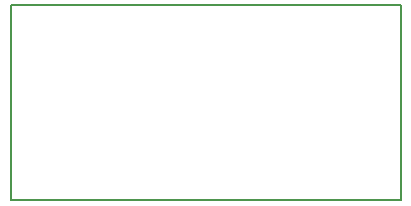
<source format=gm1>
G04 #@! TF.GenerationSoftware,KiCad,Pcbnew,8.0.9-8.0.9-0~ubuntu24.04.1*
G04 #@! TF.CreationDate,2025-04-08T01:43:19+09:30*
G04 #@! TF.ProjectId,qspi-pmod-adapter,71737069-2d70-46d6-9f64-2d6164617074,rev?*
G04 #@! TF.SameCoordinates,Original*
G04 #@! TF.FileFunction,Profile,NP*
%FSLAX46Y46*%
G04 Gerber Fmt 4.6, Leading zero omitted, Abs format (unit mm)*
G04 Created by KiCad (PCBNEW 8.0.9-8.0.9-0~ubuntu24.04.1) date 2025-04-08 01:43:19*
%MOMM*%
%LPD*%
G01*
G04 APERTURE LIST*
G04 #@! TA.AperFunction,Profile*
%ADD10C,0.150000*%
G04 #@! TD*
G04 APERTURE END LIST*
D10*
X98552000Y-67945000D02*
X131572000Y-67945000D01*
X131572000Y-84455000D01*
X98552000Y-84455000D01*
X98552000Y-67945000D01*
M02*

</source>
